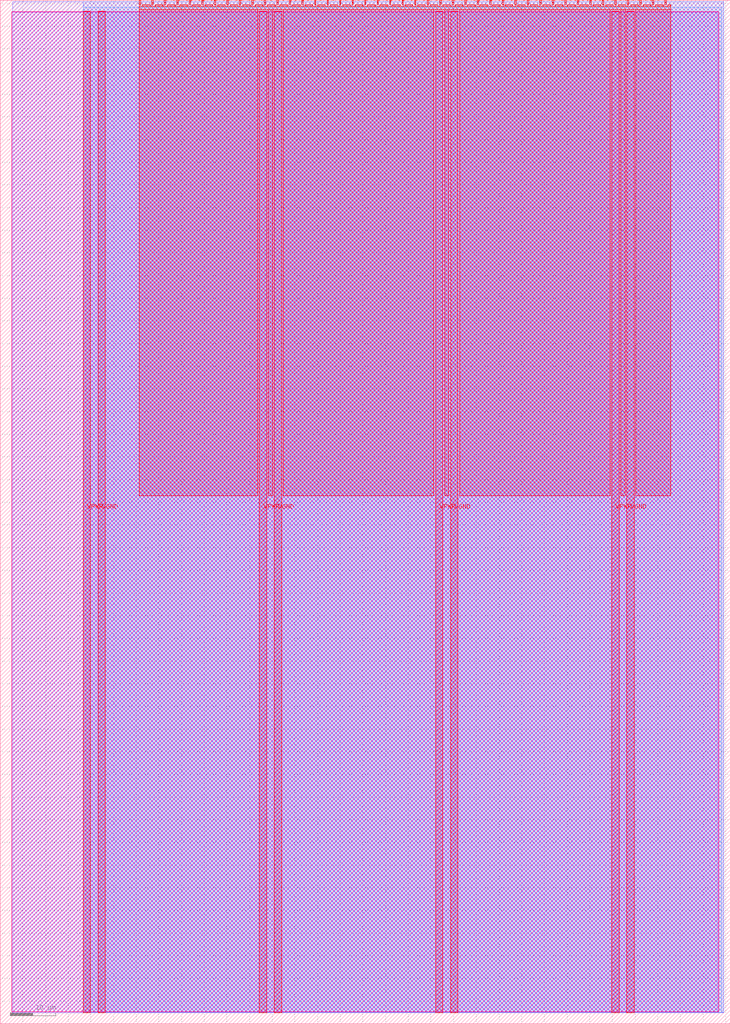
<source format=lef>
VERSION 5.7 ;
  NOWIREEXTENSIONATPIN ON ;
  DIVIDERCHAR "/" ;
  BUSBITCHARS "[]" ;
MACRO tt_um_TensorFlowE
  CLASS BLOCK ;
  FOREIGN tt_um_TensorFlowE ;
  ORIGIN 0.000 0.000 ;
  SIZE 161.000 BY 225.760 ;
  PIN VGND
    DIRECTION INOUT ;
    USE GROUND ;
    PORT
      LAYER met4 ;
        RECT 21.580 2.480 23.180 223.280 ;
    END
    PORT
      LAYER met4 ;
        RECT 60.450 2.480 62.050 223.280 ;
    END
    PORT
      LAYER met4 ;
        RECT 99.320 2.480 100.920 223.280 ;
    END
    PORT
      LAYER met4 ;
        RECT 138.190 2.480 139.790 223.280 ;
    END
  END VGND
  PIN VPWR
    DIRECTION INOUT ;
    USE POWER ;
    PORT
      LAYER met4 ;
        RECT 18.280 2.480 19.880 223.280 ;
    END
    PORT
      LAYER met4 ;
        RECT 57.150 2.480 58.750 223.280 ;
    END
    PORT
      LAYER met4 ;
        RECT 96.020 2.480 97.620 223.280 ;
    END
    PORT
      LAYER met4 ;
        RECT 134.890 2.480 136.490 223.280 ;
    END
  END VPWR
  PIN clk
    DIRECTION INPUT ;
    USE SIGNAL ;
    ANTENNAGATEAREA 0.852000 ;
    PORT
      LAYER met4 ;
        RECT 143.830 224.760 144.130 225.760 ;
    END
  END clk
  PIN ena
    DIRECTION INPUT ;
    USE SIGNAL ;
    PORT
      LAYER met4 ;
        RECT 146.590 224.760 146.890 225.760 ;
    END
  END ena
  PIN rst_n
    DIRECTION INPUT ;
    USE SIGNAL ;
    ANTENNAGATEAREA 0.631200 ;
    ANTENNADIFFAREA 0.434700 ;
    PORT
      LAYER met4 ;
        RECT 141.070 224.760 141.370 225.760 ;
    END
  END rst_n
  PIN ui_in[0]
    DIRECTION INPUT ;
    USE SIGNAL ;
    ANTENNAGATEAREA 0.631200 ;
    ANTENNADIFFAREA 0.434700 ;
    PORT
      LAYER met4 ;
        RECT 138.310 224.760 138.610 225.760 ;
    END
  END ui_in[0]
  PIN ui_in[1]
    DIRECTION INPUT ;
    USE SIGNAL ;
    ANTENNAGATEAREA 0.631200 ;
    ANTENNADIFFAREA 0.434700 ;
    PORT
      LAYER met4 ;
        RECT 135.550 224.760 135.850 225.760 ;
    END
  END ui_in[1]
  PIN ui_in[2]
    DIRECTION INPUT ;
    USE SIGNAL ;
    ANTENNAGATEAREA 0.631200 ;
    ANTENNADIFFAREA 0.434700 ;
    PORT
      LAYER met4 ;
        RECT 132.790 224.760 133.090 225.760 ;
    END
  END ui_in[2]
  PIN ui_in[3]
    DIRECTION INPUT ;
    USE SIGNAL ;
    ANTENNAGATEAREA 0.631200 ;
    ANTENNADIFFAREA 0.434700 ;
    PORT
      LAYER met4 ;
        RECT 130.030 224.760 130.330 225.760 ;
    END
  END ui_in[3]
  PIN ui_in[4]
    DIRECTION INPUT ;
    USE SIGNAL ;
    ANTENNAGATEAREA 0.631200 ;
    ANTENNADIFFAREA 0.434700 ;
    PORT
      LAYER met4 ;
        RECT 127.270 224.760 127.570 225.760 ;
    END
  END ui_in[4]
  PIN ui_in[5]
    DIRECTION INPUT ;
    USE SIGNAL ;
    ANTENNAGATEAREA 0.631200 ;
    ANTENNADIFFAREA 0.434700 ;
    PORT
      LAYER met4 ;
        RECT 124.510 224.760 124.810 225.760 ;
    END
  END ui_in[5]
  PIN ui_in[6]
    DIRECTION INPUT ;
    USE SIGNAL ;
    ANTENNAGATEAREA 0.631200 ;
    ANTENNADIFFAREA 0.434700 ;
    PORT
      LAYER met4 ;
        RECT 121.750 224.760 122.050 225.760 ;
    END
  END ui_in[6]
  PIN ui_in[7]
    DIRECTION INPUT ;
    USE SIGNAL ;
    ANTENNAGATEAREA 0.196500 ;
    PORT
      LAYER met4 ;
        RECT 118.990 224.760 119.290 225.760 ;
    END
  END ui_in[7]
  PIN uio_in[0]
    DIRECTION INPUT ;
    USE SIGNAL ;
    ANTENNAGATEAREA 0.196500 ;
    PORT
      LAYER met4 ;
        RECT 116.230 224.760 116.530 225.760 ;
    END
  END uio_in[0]
  PIN uio_in[1]
    DIRECTION INPUT ;
    USE SIGNAL ;
    ANTENNAGATEAREA 0.196500 ;
    PORT
      LAYER met4 ;
        RECT 113.470 224.760 113.770 225.760 ;
    END
  END uio_in[1]
  PIN uio_in[2]
    DIRECTION INPUT ;
    USE SIGNAL ;
    ANTENNAGATEAREA 0.196500 ;
    PORT
      LAYER met4 ;
        RECT 110.710 224.760 111.010 225.760 ;
    END
  END uio_in[2]
  PIN uio_in[3]
    DIRECTION INPUT ;
    USE SIGNAL ;
    ANTENNAGATEAREA 0.196500 ;
    PORT
      LAYER met4 ;
        RECT 107.950 224.760 108.250 225.760 ;
    END
  END uio_in[3]
  PIN uio_in[4]
    DIRECTION INPUT ;
    USE SIGNAL ;
    PORT
      LAYER met4 ;
        RECT 105.190 224.760 105.490 225.760 ;
    END
  END uio_in[4]
  PIN uio_in[5]
    DIRECTION INPUT ;
    USE SIGNAL ;
    PORT
      LAYER met4 ;
        RECT 102.430 224.760 102.730 225.760 ;
    END
  END uio_in[5]
  PIN uio_in[6]
    DIRECTION INPUT ;
    USE SIGNAL ;
    PORT
      LAYER met4 ;
        RECT 99.670 224.760 99.970 225.760 ;
    END
  END uio_in[6]
  PIN uio_in[7]
    DIRECTION INPUT ;
    USE SIGNAL ;
    PORT
      LAYER met4 ;
        RECT 96.910 224.760 97.210 225.760 ;
    END
  END uio_in[7]
  PIN uio_oe[0]
    DIRECTION OUTPUT ;
    USE SIGNAL ;
    PORT
      LAYER met4 ;
        RECT 49.990 224.760 50.290 225.760 ;
    END
  END uio_oe[0]
  PIN uio_oe[1]
    DIRECTION OUTPUT ;
    USE SIGNAL ;
    PORT
      LAYER met4 ;
        RECT 47.230 224.760 47.530 225.760 ;
    END
  END uio_oe[1]
  PIN uio_oe[2]
    DIRECTION OUTPUT ;
    USE SIGNAL ;
    PORT
      LAYER met4 ;
        RECT 44.470 224.760 44.770 225.760 ;
    END
  END uio_oe[2]
  PIN uio_oe[3]
    DIRECTION OUTPUT ;
    USE SIGNAL ;
    PORT
      LAYER met4 ;
        RECT 41.710 224.760 42.010 225.760 ;
    END
  END uio_oe[3]
  PIN uio_oe[4]
    DIRECTION OUTPUT ;
    USE SIGNAL ;
    PORT
      LAYER met4 ;
        RECT 38.950 224.760 39.250 225.760 ;
    END
  END uio_oe[4]
  PIN uio_oe[5]
    DIRECTION OUTPUT ;
    USE SIGNAL ;
    PORT
      LAYER met4 ;
        RECT 36.190 224.760 36.490 225.760 ;
    END
  END uio_oe[5]
  PIN uio_oe[6]
    DIRECTION OUTPUT ;
    USE SIGNAL ;
    PORT
      LAYER met4 ;
        RECT 33.430 224.760 33.730 225.760 ;
    END
  END uio_oe[6]
  PIN uio_oe[7]
    DIRECTION OUTPUT ;
    USE SIGNAL ;
    PORT
      LAYER met4 ;
        RECT 30.670 224.760 30.970 225.760 ;
    END
  END uio_oe[7]
  PIN uio_out[0]
    DIRECTION OUTPUT ;
    USE SIGNAL ;
    PORT
      LAYER met4 ;
        RECT 72.070 224.760 72.370 225.760 ;
    END
  END uio_out[0]
  PIN uio_out[1]
    DIRECTION OUTPUT ;
    USE SIGNAL ;
    PORT
      LAYER met4 ;
        RECT 69.310 224.760 69.610 225.760 ;
    END
  END uio_out[1]
  PIN uio_out[2]
    DIRECTION OUTPUT ;
    USE SIGNAL ;
    PORT
      LAYER met4 ;
        RECT 66.550 224.760 66.850 225.760 ;
    END
  END uio_out[2]
  PIN uio_out[3]
    DIRECTION OUTPUT ;
    USE SIGNAL ;
    PORT
      LAYER met4 ;
        RECT 63.790 224.760 64.090 225.760 ;
    END
  END uio_out[3]
  PIN uio_out[4]
    DIRECTION OUTPUT ;
    USE SIGNAL ;
    ANTENNADIFFAREA 0.445500 ;
    PORT
      LAYER met4 ;
        RECT 61.030 224.760 61.330 225.760 ;
    END
  END uio_out[4]
  PIN uio_out[5]
    DIRECTION OUTPUT ;
    USE SIGNAL ;
    PORT
      LAYER met4 ;
        RECT 58.270 224.760 58.570 225.760 ;
    END
  END uio_out[5]
  PIN uio_out[6]
    DIRECTION OUTPUT ;
    USE SIGNAL ;
    PORT
      LAYER met4 ;
        RECT 55.510 224.760 55.810 225.760 ;
    END
  END uio_out[6]
  PIN uio_out[7]
    DIRECTION OUTPUT ;
    USE SIGNAL ;
    PORT
      LAYER met4 ;
        RECT 52.750 224.760 53.050 225.760 ;
    END
  END uio_out[7]
  PIN uo_out[0]
    DIRECTION OUTPUT ;
    USE SIGNAL ;
    ANTENNAGATEAREA 0.126000 ;
    ANTENNADIFFAREA 0.891000 ;
    PORT
      LAYER met4 ;
        RECT 94.150 224.760 94.450 225.760 ;
    END
  END uo_out[0]
  PIN uo_out[1]
    DIRECTION OUTPUT ;
    USE SIGNAL ;
    ANTENNAGATEAREA 0.126000 ;
    ANTENNADIFFAREA 0.891000 ;
    PORT
      LAYER met4 ;
        RECT 91.390 224.760 91.690 225.760 ;
    END
  END uo_out[1]
  PIN uo_out[2]
    DIRECTION OUTPUT ;
    USE SIGNAL ;
    ANTENNAGATEAREA 0.126000 ;
    ANTENNADIFFAREA 0.891000 ;
    PORT
      LAYER met4 ;
        RECT 88.630 224.760 88.930 225.760 ;
    END
  END uo_out[2]
  PIN uo_out[3]
    DIRECTION OUTPUT ;
    USE SIGNAL ;
    ANTENNAGATEAREA 0.126000 ;
    ANTENNADIFFAREA 0.891000 ;
    PORT
      LAYER met4 ;
        RECT 85.870 224.760 86.170 225.760 ;
    END
  END uo_out[3]
  PIN uo_out[4]
    DIRECTION OUTPUT ;
    USE SIGNAL ;
    ANTENNAGATEAREA 0.126000 ;
    ANTENNADIFFAREA 0.891000 ;
    PORT
      LAYER met4 ;
        RECT 83.110 224.760 83.410 225.760 ;
    END
  END uo_out[4]
  PIN uo_out[5]
    DIRECTION OUTPUT ;
    USE SIGNAL ;
    ANTENNAGATEAREA 0.126000 ;
    ANTENNADIFFAREA 0.891000 ;
    PORT
      LAYER met4 ;
        RECT 80.350 224.760 80.650 225.760 ;
    END
  END uo_out[5]
  PIN uo_out[6]
    DIRECTION OUTPUT ;
    USE SIGNAL ;
    ANTENNAGATEAREA 0.126000 ;
    ANTENNADIFFAREA 0.891000 ;
    PORT
      LAYER met4 ;
        RECT 77.590 224.760 77.890 225.760 ;
    END
  END uo_out[6]
  PIN uo_out[7]
    DIRECTION OUTPUT ;
    USE SIGNAL ;
    ANTENNAGATEAREA 0.126000 ;
    ANTENNADIFFAREA 0.891000 ;
    PORT
      LAYER met4 ;
        RECT 74.830 224.760 75.130 225.760 ;
    END
  END uo_out[7]
  OBS
      LAYER nwell ;
        RECT 2.570 2.635 158.430 223.230 ;
      LAYER li1 ;
        RECT 2.760 2.635 158.240 223.125 ;
      LAYER met1 ;
        RECT 2.760 2.480 159.550 225.380 ;
      LAYER met2 ;
        RECT 18.310 2.535 159.520 225.410 ;
      LAYER met3 ;
        RECT 18.290 2.555 159.095 224.225 ;
      LAYER met4 ;
        RECT 31.370 224.360 33.030 224.760 ;
        RECT 34.130 224.360 35.790 224.760 ;
        RECT 36.890 224.360 38.550 224.760 ;
        RECT 39.650 224.360 41.310 224.760 ;
        RECT 42.410 224.360 44.070 224.760 ;
        RECT 45.170 224.360 46.830 224.760 ;
        RECT 47.930 224.360 49.590 224.760 ;
        RECT 50.690 224.360 52.350 224.760 ;
        RECT 53.450 224.360 55.110 224.760 ;
        RECT 56.210 224.360 57.870 224.760 ;
        RECT 58.970 224.360 60.630 224.760 ;
        RECT 61.730 224.360 63.390 224.760 ;
        RECT 64.490 224.360 66.150 224.760 ;
        RECT 67.250 224.360 68.910 224.760 ;
        RECT 70.010 224.360 71.670 224.760 ;
        RECT 72.770 224.360 74.430 224.760 ;
        RECT 75.530 224.360 77.190 224.760 ;
        RECT 78.290 224.360 79.950 224.760 ;
        RECT 81.050 224.360 82.710 224.760 ;
        RECT 83.810 224.360 85.470 224.760 ;
        RECT 86.570 224.360 88.230 224.760 ;
        RECT 89.330 224.360 90.990 224.760 ;
        RECT 92.090 224.360 93.750 224.760 ;
        RECT 94.850 224.360 96.510 224.760 ;
        RECT 97.610 224.360 99.270 224.760 ;
        RECT 100.370 224.360 102.030 224.760 ;
        RECT 103.130 224.360 104.790 224.760 ;
        RECT 105.890 224.360 107.550 224.760 ;
        RECT 108.650 224.360 110.310 224.760 ;
        RECT 111.410 224.360 113.070 224.760 ;
        RECT 114.170 224.360 115.830 224.760 ;
        RECT 116.930 224.360 118.590 224.760 ;
        RECT 119.690 224.360 121.350 224.760 ;
        RECT 122.450 224.360 124.110 224.760 ;
        RECT 125.210 224.360 126.870 224.760 ;
        RECT 127.970 224.360 129.630 224.760 ;
        RECT 130.730 224.360 132.390 224.760 ;
        RECT 133.490 224.360 135.150 224.760 ;
        RECT 136.250 224.360 137.910 224.760 ;
        RECT 139.010 224.360 140.670 224.760 ;
        RECT 141.770 224.360 143.430 224.760 ;
        RECT 144.530 224.360 146.190 224.760 ;
        RECT 147.290 224.360 147.825 224.760 ;
        RECT 30.655 223.680 147.825 224.360 ;
        RECT 30.655 116.455 56.750 223.680 ;
        RECT 59.150 116.455 60.050 223.680 ;
        RECT 62.450 116.455 95.620 223.680 ;
        RECT 98.020 116.455 98.920 223.680 ;
        RECT 101.320 116.455 134.490 223.680 ;
        RECT 136.890 116.455 137.790 223.680 ;
        RECT 140.190 116.455 147.825 223.680 ;
  END
END tt_um_TensorFlowE
END LIBRARY


</source>
